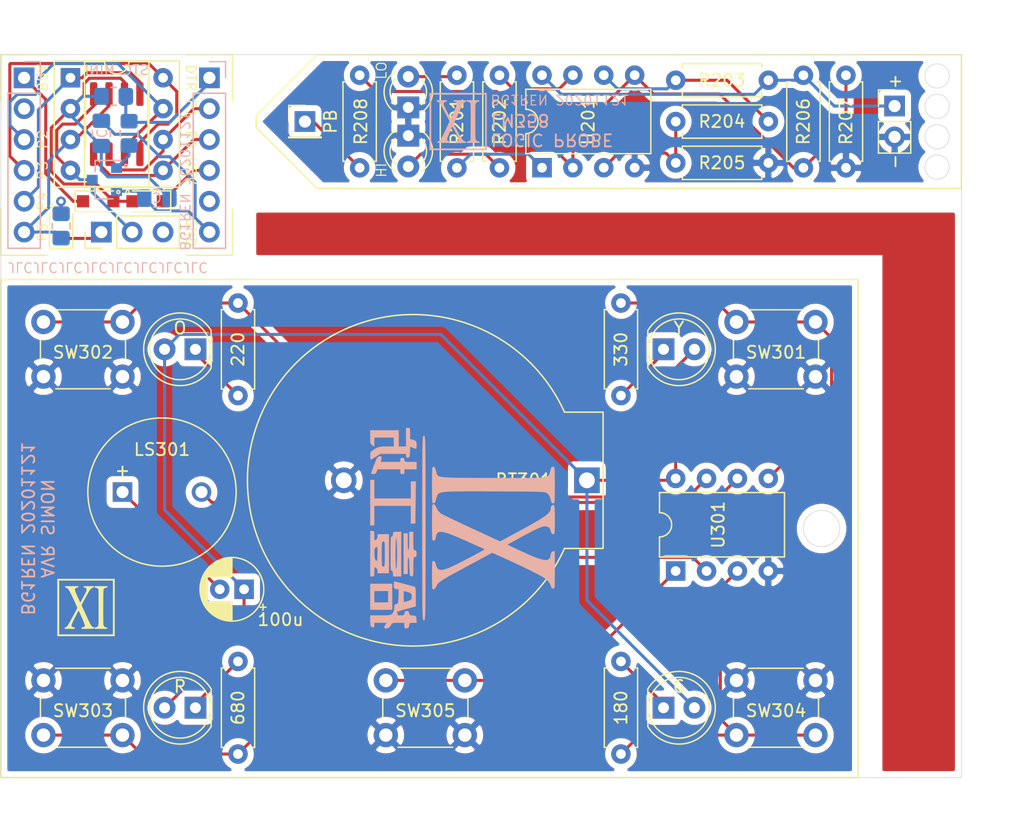
<source format=kicad_pcb>
(kicad_pcb (version 20171130) (host pcbnew "(5.1.8-0-10_14)")
  (title_block (title "Monthly DIY 2020-11-A") (date 2020-11-12) (rev v01) (company BG1REN))
  (layers (0 F.Cu signal) (31 B.Cu signal) (34 B.Paste user) (35 F.Paste user) (36 B.SilkS user) (37 F.SilkS user) (38 B.Mask user) (39 F.Mask user) (44 Edge.Cuts user))
  (net 0 "")
  (net 1 GND)
  (net 2 VCC)
  (net 3 /stc15-mini-board/BOARD_5V)
  (net 4 /stc15-mini-board/UART_5V)
  (net 5 /stc15-mini-board/DTR)
  (net 6 /stc15-mini-board/P5)
  (net 7 /stc15-mini-board/P1)
  (net 8 /stc15-mini-board/P4)
  (net 9 /stc15-mini-board/P0)
  (net 10 /stc15-mini-board/P3)
  (net 11 /stc15-mini-board/P2)
  (net 12 "Net-(Q101-Pad1)")
  (net 13 /stc15-mini-board/MCU_GND)
  (net 14 "Net-(D103-Pad1)")
  (net 15 "Net-(D103-Pad2)")
  (net 16 "Net-(D201-Pad2)")
  (net 17 /logic-probe-lm358/PB-)
  (net 18 "Net-(D202-Pad2)")
  (net 19 "Net-(J201-Pad1)")
  (net 20 /logic-probe-lm358/PB+)
  (net 21 "Net-(R201-Pad1)")
  (net 22 "Net-(R202-Pad1)")
  (net 23 "Net-(R203-Pad2)")
  (net 24 "Net-(R204-Pad2)")
  (net 25 "Net-(R206-Pad2)")
  (net 26 "Net-(BT301-Pad1)")
  (net 27 "Net-(C301-Pad2)")
  (net 28 "Net-(D301-Pad1)")
  (net 29 "Net-(D302-Pad1)")
  (net 30 "Net-(D303-Pad1)")
  (net 31 "Net-(D304-Pad1)")
  (net 32 "Net-(LS301-Pad2)")
  (net 33 "Net-(R301-Pad2)")
  (net 34 "Net-(R302-Pad2)")
  (net 35 "Net-(R303-Pad2)")
  (net 36 "Net-(R304-Pad2)")
  (net 37 "Net-(SW305-Pad2)")
  (net 38 /avr-simon/GND_300)
  (module xi:xi-logo-a-18_18 (layer B.Cu) (at 98.422621 99.235966 90)
    (fp_text reference G*** hide)
    (fp_text value LOGO hide)
  )
  (module xi:xi-logo-c-05_05 (layer F.Cu) (at 67.422621 105.735966)
    (fp_text reference G*** hide)
    (fp_text value LOGO hide)
  )
  (module LED_THT:LED_D5.0mm (layer F.Cu) (at 114.922621 113.985966)
    (fp_text reference D304 hide)
    (fp_text value G (at 1.27 -1.75) (layer F.SilkS))
    (pad 2 thru_hole circle (at 2.54 0) (size 1.8 1.8) (drill 0.9) (layers *.Cu *.Mask) (net 26 "Net-(BT301-Pad1)"))
    (pad 1 thru_hole rect (at 0 0) (size 1.8 1.8) (drill 0.9) (layers *.Cu *.Mask) (net 31 "Net-(D304-Pad1)"))
  )
  (module LED_THT:LED_D5.0mm (layer F.Cu) (at 76.422621 113.985966 180)
    (fp_text reference D303 hide)
    (fp_text value R (at 1.27 1.75) (layer F.SilkS))
    (pad 2 thru_hole circle (at 2.54 0 180) (size 1.8 1.8) (drill 0.9) (layers *.Cu *.Mask) (net 26 "Net-(BT301-Pad1)"))
    (pad 1 thru_hole rect (at 0 0 180) (size 1.8 1.8) (drill 0.9) (layers *.Cu *.Mask) (net 30 "Net-(D303-Pad1)"))
  )
  (module LED_THT:LED_D5.0mm (layer F.Cu) (at 76.422621 84.485966 180)
    (fp_text reference D302 hide)
    (fp_text value O (at 1.27 1.75) (layer F.SilkS))
    (pad 2 thru_hole circle (at 2.54 0 180) (size 1.8 1.8) (drill 0.9) (layers *.Cu *.Mask) (net 26 "Net-(BT301-Pad1)"))
    (pad 1 thru_hole rect (at 0 0 180) (size 1.8 1.8) (drill 0.9) (layers *.Cu *.Mask) (net 29 "Net-(D302-Pad1)"))
  )
  (module LED_THT:LED_D5.0mm (layer F.Cu) (at 114.922621 84.485966)
    (fp_text reference D301 hide)
    (fp_text value Y (at 1.27 -1.75) (layer F.SilkS))
    (pad 2 thru_hole circle (at 2.54 0) (size 1.8 1.8) (drill 0.9) (layers *.Cu *.Mask) (net 26 "Net-(BT301-Pad1)"))
    (pad 1 thru_hole rect (at 0 0) (size 1.8 1.8) (drill 0.9) (layers *.Cu *.Mask) (net 28 "Net-(D301-Pad1)"))
  )
  (module Package_DIP:DIP-8_W7.62mm (layer F.Cu) (at 115.922621 102.735966 90)
    (fp_text reference U301 (at 3.81 3.5 90) (layer F.SilkS))
    (fp_text value ATtiny13A-PU)
    (pad 8 thru_hole oval (at 7.62 0 90) (size 1.6 1.6) (drill 0.8) (layers *.Cu *.Mask) (net 26 "Net-(BT301-Pad1)"))
    (pad 4 thru_hole oval (at 0 7.62 90) (size 1.6 1.6) (drill 0.8) (layers *.Cu *.Mask) (net 38 /avr-simon/GND_300))
    (pad 7 thru_hole oval (at 7.62 2.54 90) (size 1.6 1.6) (drill 0.8) (layers *.Cu *.Mask) (net 34 "Net-(R302-Pad2)"))
    (pad 3 thru_hole oval (at 0 5.08 90) (size 1.6 1.6) (drill 0.8) (layers *.Cu *.Mask) (net 36 "Net-(R304-Pad2)"))
    (pad 6 thru_hole oval (at 7.62 5.08 90) (size 1.6 1.6) (drill 0.8) (layers *.Cu *.Mask) (net 32 "Net-(LS301-Pad2)"))
    (pad 2 thru_hole oval (at 0 2.54 90) (size 1.6 1.6) (drill 0.8) (layers *.Cu *.Mask) (net 35 "Net-(R303-Pad2)"))
    (pad 5 thru_hole oval (at 7.62 7.62 90) (size 1.6 1.6) (drill 0.8) (layers *.Cu *.Mask) (net 33 "Net-(R301-Pad2)"))
    (pad 1 thru_hole rect (at 0 0 90) (size 1.6 1.6) (drill 0.8) (layers *.Cu *.Mask) (net 37 "Net-(SW305-Pad2)"))
  )
  (module Button_Switch_THT:SW_PUSH_6mm_H4.3mm (layer F.Cu) (at 98.582939 116.235966 180)
    (fp_text reference SW305 (at 3.25 2) (layer F.SilkS))
    (fp_text value RESET)
    (pad 1 thru_hole circle (at 6.5 0 270) (size 2 2) (drill 1.1) (layers *.Cu *.Mask) (net 38 /avr-simon/GND_300))
    (pad 2 thru_hole circle (at 6.5 4.5 270) (size 2 2) (drill 1.1) (layers *.Cu *.Mask) (net 37 "Net-(SW305-Pad2)"))
    (pad 1 thru_hole circle (at 0 0 270) (size 2 2) (drill 1.1) (layers *.Cu *.Mask) (net 38 /avr-simon/GND_300))
    (pad 2 thru_hole circle (at 0 4.5 270) (size 2 2) (drill 1.1) (layers *.Cu *.Mask) (net 37 "Net-(SW305-Pad2)"))
  )
  (module Button_Switch_THT:SW_PUSH_6mm_H4.3mm (layer F.Cu) (at 120.922621 111.735966)
    (fp_text reference SW304 (at 3.25 2.5) (layer F.SilkS))
    (fp_text value G)
    (pad 1 thru_hole circle (at 6.5 0 90) (size 2 2) (drill 1.1) (layers *.Cu *.Mask) (net 38 /avr-simon/GND_300))
    (pad 2 thru_hole circle (at 6.5 4.5 90) (size 2 2) (drill 1.1) (layers *.Cu *.Mask) (net 36 "Net-(R304-Pad2)"))
    (pad 1 thru_hole circle (at 0 0 90) (size 2 2) (drill 1.1) (layers *.Cu *.Mask) (net 38 /avr-simon/GND_300))
    (pad 2 thru_hole circle (at 0 4.5 90) (size 2 2) (drill 1.1) (layers *.Cu *.Mask) (net 36 "Net-(R304-Pad2)"))
  )
  (module Button_Switch_THT:SW_PUSH_6mm_H4.3mm (layer F.Cu) (at 63.922621 111.735966)
    (fp_text reference SW303 (at 3.25 2.5) (layer F.SilkS))
    (fp_text value R)
    (pad 1 thru_hole circle (at 6.5 0 90) (size 2 2) (drill 1.1) (layers *.Cu *.Mask) (net 38 /avr-simon/GND_300))
    (pad 2 thru_hole circle (at 6.5 4.5 90) (size 2 2) (drill 1.1) (layers *.Cu *.Mask) (net 35 "Net-(R303-Pad2)"))
    (pad 1 thru_hole circle (at 0 0 90) (size 2 2) (drill 1.1) (layers *.Cu *.Mask) (net 38 /avr-simon/GND_300))
    (pad 2 thru_hole circle (at 0 4.5 90) (size 2 2) (drill 1.1) (layers *.Cu *.Mask) (net 35 "Net-(R303-Pad2)"))
  )
  (module Button_Switch_THT:SW_PUSH_6mm_H4.3mm (layer F.Cu) (at 70.422621 86.735966 180)
    (fp_text reference SW302 (at 3.25 2) (layer F.SilkS))
    (fp_text value O)
    (pad 1 thru_hole circle (at 6.5 0 270) (size 2 2) (drill 1.1) (layers *.Cu *.Mask) (net 38 /avr-simon/GND_300))
    (pad 2 thru_hole circle (at 6.5 4.5 270) (size 2 2) (drill 1.1) (layers *.Cu *.Mask) (net 34 "Net-(R302-Pad2)"))
    (pad 1 thru_hole circle (at 0 0 270) (size 2 2) (drill 1.1) (layers *.Cu *.Mask) (net 38 /avr-simon/GND_300))
    (pad 2 thru_hole circle (at 0 4.5 270) (size 2 2) (drill 1.1) (layers *.Cu *.Mask) (net 34 "Net-(R302-Pad2)"))
  )
  (module Button_Switch_THT:SW_PUSH_6mm_H4.3mm (layer F.Cu) (at 127.422621 86.735966 180)
    (fp_text reference SW301 (at 3.25 2) (layer F.SilkS))
    (fp_text value Y)
    (pad 1 thru_hole circle (at 6.5 0 270) (size 2 2) (drill 1.1) (layers *.Cu *.Mask) (net 38 /avr-simon/GND_300))
    (pad 2 thru_hole circle (at 6.5 4.5 270) (size 2 2) (drill 1.1) (layers *.Cu *.Mask) (net 33 "Net-(R301-Pad2)"))
    (pad 1 thru_hole circle (at 0 0 270) (size 2 2) (drill 1.1) (layers *.Cu *.Mask) (net 38 /avr-simon/GND_300))
    (pad 2 thru_hole circle (at 0 4.5 270) (size 2 2) (drill 1.1) (layers *.Cu *.Mask) (net 33 "Net-(R301-Pad2)"))
  )
  (module Resistor_THT:R_Axial_DIN0207_L6.3mm_D2.5mm_P7.62mm_Horizontal (layer F.Cu) (at 111.422621 110.175966 270)
    (fp_text reference R304 hide)
    (fp_text value 180 (at 3.81 0 90) (layer F.SilkS))
    (pad 2 thru_hole oval (at 7.62 0 270) (size 1.6 1.6) (drill 0.8) (layers *.Cu *.Mask) (net 36 "Net-(R304-Pad2)"))
    (pad 1 thru_hole circle (at 0 0 270) (size 1.6 1.6) (drill 0.8) (layers *.Cu *.Mask) (net 31 "Net-(D304-Pad1)"))
  )
  (module Resistor_THT:R_Axial_DIN0207_L6.3mm_D2.5mm_P7.62mm_Horizontal (layer F.Cu) (at 79.922621 110.175966 270)
    (fp_text reference R303 hide)
    (fp_text value 680 (at 3.81 0 90) (layer F.SilkS))
    (pad 2 thru_hole oval (at 7.62 0 270) (size 1.6 1.6) (drill 0.8) (layers *.Cu *.Mask) (net 35 "Net-(R303-Pad2)"))
    (pad 1 thru_hole circle (at 0 0 270) (size 1.6 1.6) (drill 0.8) (layers *.Cu *.Mask) (net 30 "Net-(D303-Pad1)"))
  )
  (module Resistor_THT:R_Axial_DIN0207_L6.3mm_D2.5mm_P7.62mm_Horizontal (layer F.Cu) (at 79.922621 88.295966 90)
    (fp_text reference R302 hide)
    (fp_text value 220 (at 3.81 0 90) (layer F.SilkS))
    (pad 2 thru_hole oval (at 7.62 0 90) (size 1.6 1.6) (drill 0.8) (layers *.Cu *.Mask) (net 34 "Net-(R302-Pad2)"))
    (pad 1 thru_hole circle (at 0 0 90) (size 1.6 1.6) (drill 0.8) (layers *.Cu *.Mask) (net 29 "Net-(D302-Pad1)"))
  )
  (module Resistor_THT:R_Axial_DIN0207_L6.3mm_D2.5mm_P7.62mm_Horizontal (layer F.Cu) (at 111.422621 88.295966 90)
    (fp_text reference R301 hide)
    (fp_text value 330 (at 3.81 0 90) (layer F.SilkS))
    (pad 2 thru_hole oval (at 7.62 0 90) (size 1.6 1.6) (drill 0.8) (layers *.Cu *.Mask) (net 33 "Net-(R301-Pad2)"))
    (pad 1 thru_hole circle (at 0 0 90) (size 1.6 1.6) (drill 0.8) (layers *.Cu *.Mask) (net 28 "Net-(D301-Pad1)"))
  )
  (module Buzzer_Beeper:MagneticBuzzer_ProSignal_ABT-410-RC (layer F.Cu) (at 70.422621 96.235966)
    (fp_text reference LS301 (at 3.25 -3.5) (layer F.SilkS))
    (fp_text value 42Ohm)
    (fp_text user + (at 0 -1.8) (layer F.SilkS))
    (pad 2 thru_hole circle (at 6.5 0) (size 1.6 1.6) (drill 1) (layers *.Cu *.Mask) (net 32 "Net-(LS301-Pad2)"))
    (pad 1 thru_hole rect (at 0 0) (size 1.6 1.6) (drill 1) (layers *.Cu *.Mask) (net 27 "Net-(C301-Pad2)"))
  )
  (module Capacitor_THT:CP_Radial_D5.0mm_P2.00mm (layer F.Cu) (at 80.422621 104.235966 180)
    (fp_text reference C301 hide)
    (fp_text value 100u (at -3 -2.5) (layer F.SilkS))
    (pad 2 thru_hole circle (at 2 0 180) (size 1.6 1.6) (drill 0.8) (layers *.Cu *.Mask) (net 27 "Net-(C301-Pad2)"))
    (pad 1 thru_hole rect (at 0 0 180) (size 1.6 1.6) (drill 0.8) (layers *.Cu *.Mask) (net 26 "Net-(BT301-Pad1)"))
  )
  (module Battery:BatteryHolder_ComfortableElectronic_CH273-2450_1x2450 (layer F.Cu) (at 108.622026 95.266643 180)
    (fp_text reference BT301 (at 5.199405 0.030677) (layer F.SilkS))
    (fp_text value 3V)
    (pad 2 thru_hole circle (at 20 0 90) (size 2.1 2.1) (drill 1.3) (layers *.Cu *.Mask) (net 38 /avr-simon/GND_300))
    (pad 1 thru_hole rect (at 0 0 90) (size 2.1 2.1) (drill 1.3) (layers *.Cu *.Mask) (net 26 "Net-(BT301-Pad1)"))
  )
  (module xi:xi-logo-c-05_05 (layer B.Cu) (at 98.029849 65.741482)
    (fp_text reference G*** hide)
    (fp_text value LOGO hide)
  )
  (module Package_DIP:DIP-8_W7.62mm (layer F.Cu) (at 104.929849 69.541482 90)
    (fp_text reference U201 (at 3.81 3.8 90) (layer F.SilkS))
    (fp_text value LM358)
    (pad 8 thru_hole oval (at 7.62 0 90) (size 1.6 1.6) (drill 0.8) (layers *.Cu *.Mask) (net 20 /logic-probe-lm358/PB+))
    (pad 4 thru_hole oval (at 0 7.62 90) (size 1.6 1.6) (drill 0.8) (layers *.Cu *.Mask) (net 17 /logic-probe-lm358/PB-))
    (pad 7 thru_hole oval (at 7.62 2.54 90) (size 1.6 1.6) (drill 0.8) (layers *.Cu *.Mask) (net 22 "Net-(R202-Pad1)"))
    (pad 3 thru_hole oval (at 0 5.08 90) (size 1.6 1.6) (drill 0.8) (layers *.Cu *.Mask) (net 24 "Net-(R204-Pad2)"))
    (pad 6 thru_hole oval (at 7.62 5.08 90) (size 1.6 1.6) (drill 0.8) (layers *.Cu *.Mask) (net 23 "Net-(R203-Pad2)"))
    (pad 2 thru_hole oval (at 0 2.54 90) (size 1.6 1.6) (drill 0.8) (layers *.Cu *.Mask) (net 25 "Net-(R206-Pad2)"))
    (pad 5 thru_hole oval (at 7.62 7.62 90) (size 1.6 1.6) (drill 0.8) (layers *.Cu *.Mask) (net 25 "Net-(R206-Pad2)"))
    (pad 1 thru_hole rect (at 0 0 90) (size 1.6 1.6) (drill 0.8) (layers *.Cu *.Mask) (net 21 "Net-(R201-Pad1)"))
  )
  (module Resistor_THT:R_Axial_DIN0207_L6.3mm_D2.5mm_P7.62mm_Horizontal (layer F.Cu) (at 89.929849 69.551482 90)
    (fp_text reference R208 (at 3.81 0.1 90) (layer F.SilkS))
    (fp_text value 2.2K)
    (pad 2 thru_hole oval (at 7.62 0 90) (size 1.6 1.6) (drill 0.8) (layers *.Cu *.Mask) (net 25 "Net-(R206-Pad2)"))
    (pad 1 thru_hole circle (at 0 0 90) (size 1.6 1.6) (drill 0.8) (layers *.Cu *.Mask) (net 19 "Net-(J201-Pad1)"))
  )
  (module Resistor_THT:R_Axial_DIN0207_L6.3mm_D2.5mm_P7.62mm_Horizontal (layer F.Cu) (at 129.929849 61.931482 270)
    (fp_text reference R207 (at 3.81 0 90) (layer F.SilkS))
    (fp_text value 220K)
    (pad 2 thru_hole oval (at 7.62 0 270) (size 1.6 1.6) (drill 0.8) (layers *.Cu *.Mask) (net 17 /logic-probe-lm358/PB-))
    (pad 1 thru_hole circle (at 0 0 270) (size 1.6 1.6) (drill 0.8) (layers *.Cu *.Mask) (net 25 "Net-(R206-Pad2)"))
  )
  (module Resistor_THT:R_Axial_DIN0207_L6.3mm_D2.5mm_P7.62mm_Horizontal (layer F.Cu) (at 126.429849 61.931482 270)
    (fp_text reference R206 (at 3.81 0 90) (layer F.SilkS))
    (fp_text value 220K)
    (pad 2 thru_hole oval (at 7.62 0 270) (size 1.6 1.6) (drill 0.8) (layers *.Cu *.Mask) (net 25 "Net-(R206-Pad2)"))
    (pad 1 thru_hole circle (at 0 0 270) (size 1.6 1.6) (drill 0.8) (layers *.Cu *.Mask) (net 20 /logic-probe-lm358/PB+))
  )
  (module Resistor_THT:R_Axial_DIN0207_L6.3mm_D2.5mm_P7.62mm_Horizontal (layer F.Cu) (at 115.929849 69.141482)
    (fp_text reference R205 (at 3.8 0) (layer F.SilkS))
    (fp_text value 10K)
    (pad 2 thru_hole oval (at 7.62 0) (size 1.6 1.6) (drill 0.8) (layers *.Cu *.Mask) (net 17 /logic-probe-lm358/PB-))
    (pad 1 thru_hole circle (at 0 0) (size 1.6 1.6) (drill 0.8) (layers *.Cu *.Mask) (net 24 "Net-(R204-Pad2)"))
  )
  (module Resistor_THT:R_Axial_DIN0207_L6.3mm_D2.5mm_P7.62mm_Horizontal (layer F.Cu) (at 123.549849 65.741482 180)
    (fp_text reference R204 (at 3.82 0) (layer F.SilkS))
    (fp_text value 10K)
    (pad 2 thru_hole oval (at 7.62 0 180) (size 1.6 1.6) (drill 0.8) (layers *.Cu *.Mask) (net 24 "Net-(R204-Pad2)"))
    (pad 1 thru_hole circle (at 0 0 180) (size 1.6 1.6) (drill 0.8) (layers *.Cu *.Mask) (net 23 "Net-(R203-Pad2)"))
  )
  (module Resistor_THT:R_Axial_DIN0207_L6.3mm_D2.5mm_P7.62mm_Horizontal (layer F.Cu) (at 123.549849 62.341482 180)
    (fp_text reference R203 (at 3.82 0) (layer F.SilkS))
    (fp_text value 10K)
    (pad 2 thru_hole oval (at 7.62 0 180) (size 1.6 1.6) (drill 0.8) (layers *.Cu *.Mask) (net 23 "Net-(R203-Pad2)"))
    (pad 1 thru_hole circle (at 0 0 180) (size 1.6 1.6) (drill 0.8) (layers *.Cu *.Mask) (net 20 /logic-probe-lm358/PB+))
  )
  (module Resistor_THT:R_Axial_DIN0207_L6.3mm_D2.5mm_P7.62mm_Horizontal (layer F.Cu) (at 101.429849 61.931482 270)
    (fp_text reference R202 (at 3.81 0 90) (layer F.SilkS))
    (fp_text value 470)
    (pad 2 thru_hole oval (at 7.62 0 270) (size 1.6 1.6) (drill 0.8) (layers *.Cu *.Mask) (net 18 "Net-(D202-Pad2)"))
    (pad 1 thru_hole circle (at 0 0 270) (size 1.6 1.6) (drill 0.8) (layers *.Cu *.Mask) (net 22 "Net-(R202-Pad1)"))
  )
  (module Resistor_THT:R_Axial_DIN0207_L6.3mm_D2.5mm_P7.62mm_Horizontal (layer F.Cu) (at 97.929849 69.551482 90)
    (fp_text reference R201 (at 3.81 0 90) (layer F.SilkS))
    (fp_text value 470)
    (pad 2 thru_hole oval (at 7.62 0 90) (size 1.6 1.6) (drill 0.8) (layers *.Cu *.Mask) (net 16 "Net-(D201-Pad2)"))
    (pad 1 thru_hole circle (at 0 0 90) (size 1.6 1.6) (drill 0.8) (layers *.Cu *.Mask) (net 21 "Net-(R201-Pad1)"))
  )
  (module Connector_PinHeader_2.54mm:PinHeader_1x02_P2.54mm_Vertical (layer F.Cu) (at 133.929849 64.466482)
    (fp_text reference J202 hide)
    (fp_text value PWR hide)
    (pad 2 thru_hole oval (at 0 2.54) (size 1.7 1.7) (drill 1) (layers *.Cu *.Mask) (net 17 /logic-probe-lm358/PB-))
    (pad 1 thru_hole rect (at 0 0) (size 1.7 1.7) (drill 1) (layers *.Cu *.Mask) (net 20 /logic-probe-lm358/PB+))
  )
  (module Connector_PinHeader_2.54mm:PinHeader_1x01_P2.54mm_Vertical (layer F.Cu) (at 85.429849 65.741482)
    (fp_text reference J201 hide)
    (fp_text value PB (at 2.1 0 90) (layer F.SilkS))
    (pad 1 thru_hole rect (at 0 0) (size 1.7 1.7) (drill 1) (layers *.Cu *.Mask) (net 19 "Net-(J201-Pad1)"))
  )
  (module LED_THT:LED_D3.0mm (layer F.Cu) (at 93.929849 66.901482 270)
    (fp_text reference D202 hide)
    (fp_text value HI (at 2.84 2.2 90) (layer F.SilkS) (effects (font (size 0.8 0.8) (thickness 0.1))))
    (pad 2 thru_hole circle (at 2.54 0 270) (size 1.8 1.8) (drill 0.9) (layers *.Cu *.Mask) (net 18 "Net-(D202-Pad2)"))
    (pad 1 thru_hole rect (at 0 0 270) (size 1.8 1.8) (drill 0.9) (layers *.Cu *.Mask) (net 17 /logic-probe-lm358/PB-))
  )
  (module LED_THT:LED_D3.0mm (layer F.Cu) (at 93.929849 64.581482 90)
    (fp_text reference D201 hide)
    (fp_text value LO (at 3.04 -2.2 90) (layer F.SilkS) (effects (font (size 0.8 0.8) (thickness 0.1))))
    (pad 2 thru_hole circle (at 2.54 0 90) (size 1.8 1.8) (drill 0.9) (layers *.Cu *.Mask) (net 16 "Net-(D201-Pad2)"))
    (pad 1 thru_hole rect (at 0 0 90) (size 1.8 1.8) (drill 0.9) (layers *.Cu *.Mask) (net 17 /logic-probe-lm358/PB-))
  )
  (module Resistor_SMD:R_0805_2012Metric_Pad1.20x1.40mm_HandSolder (layer B.Cu) (at 65.378 74.332 90)
    (fp_text reference R103 hide)
    (fp_text value 4.7K hide)
    (pad 2 smd roundrect (at 1 0 90) (size 1.2 1.4) (layers B.Cu B.Paste B.Mask) (roundrect_rratio 0.2083325) (net 15 "Net-(D103-Pad2)"))
    (pad 1 smd roundrect (at -1 0 90) (size 1.2 1.4) (layers B.Cu B.Paste B.Mask) (roundrect_rratio 0.2083325) (net 6 /stc15-mini-board/P5))
  )
  (module Connector_PinHeader_2.54mm:PinHeader_1x03_P2.54mm_Vertical (layer F.Cu) (at 68.68 74.84 90)
    (fp_text reference J104 hide)
    (fp_text value LED_EN hide)
    (pad 3 thru_hole oval (at 0 5.08 90) (size 1.7 1.7) (drill 1) (layers *.Cu *.Mask))
    (pad 2 thru_hole oval (at 0 2.54 90) (size 1.7 1.7) (drill 1) (layers *.Cu *.Mask) (net 13 /stc15-mini-board/MCU_GND))
    (pad 1 thru_hole rect (at 0 0 90) (size 1.7 1.7) (drill 1) (layers *.Cu *.Mask) (net 14 "Net-(D103-Pad1)"))
  )
  (module LED_SMD:LED_0805_2012Metric_Pad1.15x1.40mm_HandSolder (layer F.Cu) (at 65.378 74.332 90)
    (fp_text reference D103 hide)
    (fp_text value LED_Small hide)
    (pad 2 smd roundrect (at 1.025 0 90) (size 1.15 1.4) (layers F.Cu F.Paste F.Mask) (roundrect_rratio 0.2173904347826087) (net 15 "Net-(D103-Pad2)"))
    (pad 1 smd roundrect (at -1.025 0 90) (size 1.15 1.4) (layers F.Cu F.Paste F.Mask) (roundrect_rratio 0.2173904347826087) (net 14 "Net-(D103-Pad1)"))
  )
  (module Connector_PinHeader_2.54mm:PinHeader_1x06_P2.54mm_Vertical (layer B.Cu) (at 77.57 62.14 180)
    (fp_text reference J103 hide)
    (fp_text value SocketB hide)
    (pad 6 thru_hole oval (at 0 -12.7 180) (size 1.7 1.7) (drill 1) (layers *.Cu *.Mask) (net 1 GND))
    (pad 5 thru_hole oval (at 0 -10.16 180) (size 1.7 1.7) (drill 1) (layers *.Cu *.Mask))
    (pad 4 thru_hole oval (at 0 -7.62 180) (size 1.7 1.7) (drill 1) (layers *.Cu *.Mask) (net 4 /stc15-mini-board/UART_5V))
    (pad 3 thru_hole oval (at 0 -5.08 180) (size 1.7 1.7) (drill 1) (layers *.Cu *.Mask) (net 9 /stc15-mini-board/P0))
    (pad 2 thru_hole oval (at 0 -2.54 180) (size 1.7 1.7) (drill 1) (layers *.Cu *.Mask) (net 7 /stc15-mini-board/P1))
    (pad 1 thru_hole rect (at 0 0 180) (size 1.7 1.7) (drill 1) (layers *.Cu *.Mask) (net 5 /stc15-mini-board/DTR))
  )
  (module Connector_PinHeader_2.54mm:PinHeader_1x06_P2.54mm_Vertical (layer B.Cu) (at 62.33 62.14 180)
    (fp_text reference J102 hide)
    (fp_text value SocketA hide)
    (pad 6 thru_hole oval (at 0 -12.7 180) (size 1.7 1.7) (drill 1) (layers *.Cu *.Mask) (net 6 /stc15-mini-board/P5))
    (pad 5 thru_hole oval (at 0 -10.16 180) (size 1.7 1.7) (drill 1) (layers *.Cu *.Mask) (net 8 /stc15-mini-board/P4))
    (pad 4 thru_hole oval (at 0 -7.62 180) (size 1.7 1.7) (drill 1) (layers *.Cu *.Mask) (net 10 /stc15-mini-board/P3))
    (pad 3 thru_hole oval (at 0 -5.08 180) (size 1.7 1.7) (drill 1) (layers *.Cu *.Mask) (net 11 /stc15-mini-board/P2))
    (pad 2 thru_hole oval (at 0 -2.54 180) (size 1.7 1.7) (drill 1) (layers *.Cu *.Mask))
    (pad 1 thru_hole rect (at 0 0 180) (size 1.7 1.7) (drill 1) (layers *.Cu *.Mask) (net 3 /stc15-mini-board/BOARD_5V))
  )
  (module Package_DIP:DIP-8_W7.62mm_Socket (layer F.Cu) (at 66.14 62.14)
    (fp_text reference J101 hide)
    (fp_text value MCU hide)
    (pad 8 thru_hole oval (at 7.62 0) (size 1.6 1.6) (drill 0.8) (layers *.Cu *.Mask) (net 10 /stc15-mini-board/P3))
    (pad 4 thru_hole oval (at 0 7.62) (size 1.6 1.6) (drill 0.8) (layers *.Cu *.Mask) (net 13 /stc15-mini-board/MCU_GND))
    (pad 7 thru_hole oval (at 7.62 2.54) (size 1.6 1.6) (drill 0.8) (layers *.Cu *.Mask) (net 11 /stc15-mini-board/P2))
    (pad 3 thru_hole oval (at 0 5.08) (size 1.6 1.6) (drill 0.8) (layers *.Cu *.Mask) (net 6 /stc15-mini-board/P5))
    (pad 6 thru_hole oval (at 7.62 5.08) (size 1.6 1.6) (drill 0.8) (layers *.Cu *.Mask) (net 7 /stc15-mini-board/P1))
    (pad 2 thru_hole oval (at 0 2.54) (size 1.6 1.6) (drill 0.8) (layers *.Cu *.Mask) (net 2 VCC))
    (pad 5 thru_hole oval (at 7.62 7.62) (size 1.6 1.6) (drill 0.8) (layers *.Cu *.Mask) (net 9 /stc15-mini-board/P0))
    (pad 1 thru_hole rect (at 0 0) (size 1.6 1.6) (drill 0.8) (layers *.Cu *.Mask) (net 8 /stc15-mini-board/P4))
  )
  (module Diode_SMD:D_SOD-323_HandSoldering (layer F.Cu) (at 68.426 72.3)
    (fp_text reference D102 hide)
    (fp_text value 1N5819 hide)
    (pad 2 smd rect (at 1.25 0) (size 1 1) (layers F.Cu F.Paste F.Mask) (net 2 VCC))
    (pad 1 smd rect (at -1.25 0) (size 1 1) (layers F.Cu F.Paste F.Mask) (net 3 /stc15-mini-board/BOARD_5V))
  )
  (module Diode_SMD:D_SOD-323_HandSoldering (layer F.Cu) (at 72.49 72.3 180)
    (fp_text reference D101 hide)
    (fp_text value 1N5819 hide)
    (pad 2 smd rect (at 1.25 0 180) (size 1 1) (layers F.Cu F.Paste F.Mask) (net 2 VCC))
    (pad 1 smd rect (at -1.25 0 180) (size 1 1) (layers F.Cu F.Paste F.Mask) (net 4 /stc15-mini-board/UART_5V))
  )
  (module Package_SO:SOIC-8_3.9x4.9mm_P1.27mm (layer F.Cu) (at 69.95 65.95 270)
    (fp_text reference U101 hide)
    (fp_text value STC15W104 hide)
    (pad 8 smd roundrect (at 2.475 -1.905 270) (size 1.95 0.6) (layers F.Cu F.Paste F.Mask) (net 10 /stc15-mini-board/P3))
    (pad 7 smd roundrect (at 2.475 -0.635 270) (size 1.95 0.6) (layers F.Cu F.Paste F.Mask) (net 11 /stc15-mini-board/P2))
    (pad 6 smd roundrect (at 2.475 0.635 270) (size 1.95 0.6) (layers F.Cu F.Paste F.Mask) (net 7 /stc15-mini-board/P1))
    (pad 5 smd roundrect (at 2.475 1.905 270) (size 1.95 0.6) (layers F.Cu F.Paste F.Mask) (net 9 /stc15-mini-board/P0))
    (pad 4 smd roundrect (at -2.475 1.905 270) (size 1.95 0.6) (layers F.Cu F.Paste F.Mask) (net 13 /stc15-mini-board/MCU_GND))
    (pad 3 smd roundrect (at -2.475 0.635 270) (size 1.95 0.6) (layers F.Cu F.Paste F.Mask) (net 6 /stc15-mini-board/P5))
    (pad 2 smd roundrect (at -2.475 -0.635 270) (size 1.95 0.6) (layers F.Cu F.Paste F.Mask) (net 2 VCC))
    (pad 1 smd roundrect (at -2.475 -1.905 270) (size 1.95 0.6) (layers F.Cu F.Paste F.Mask) (net 8 /stc15-mini-board/P4))
  )
  (module Resistor_SMD:R_0805_2012Metric_Pad1.20x1.40mm_HandSolder (layer B.Cu) (at 70.966 66.712 90)
    (fp_text reference R102 hide)
    (fp_text value 4.7K hide)
    (pad 2 smd roundrect (at 1 0 90) (size 1.2 1.4) (layers B.Cu B.Paste B.Mask) (roundrect_rratio 0.2083325) (net 5 /stc15-mini-board/DTR))
    (pad 1 smd roundrect (at -1 0 90) (size 1.2 1.4) (layers B.Cu B.Paste B.Mask) (roundrect_rratio 0.2083325) (net 12 "Net-(Q101-Pad1)"))
  )
  (module Resistor_SMD:R_0805_2012Metric_Pad1.20x1.40mm_HandSolder (layer B.Cu) (at 69.696 63.664)
    (fp_text reference R101 hide)
    (fp_text value 4.7K hide)
    (pad 2 smd roundrect (at 1 0) (size 1.2 1.4) (layers B.Cu B.Paste B.Mask) (roundrect_rratio 0.2083325) (net 5 /stc15-mini-board/DTR))
    (pad 1 smd roundrect (at -1 0) (size 1.2 1.4) (layers B.Cu B.Paste B.Mask) (roundrect_rratio 0.2083325) (net 2 VCC))
  )
  (module Package_TO_SOT_SMD:SOT-23 (layer B.Cu) (at 68.934 70.522 180)
    (fp_text reference Q101 hide)
    (fp_text value MMBT3904 hide)
    (pad 3 smd rect (at 1 0 180) (size 0.9 0.8) (layers B.Cu B.Paste B.Mask) (net 13 /stc15-mini-board/MCU_GND))
    (pad 2 smd rect (at -1 -0.95 180) (size 0.9 0.8) (layers B.Cu B.Paste B.Mask) (net 1 GND))
    (pad 1 smd rect (at -1 0.95 180) (size 0.9 0.8) (layers B.Cu B.Paste B.Mask) (net 12 "Net-(Q101-Pad1)"))
  )
  (module Capacitor_SMD:C_0805_2012Metric_Pad1.18x1.45mm_HandSolder (layer B.Cu) (at 68.68 66.712 90)
    (fp_text reference C102 hide)
    (fp_text value 0.1u hide)
    (pad 2 smd roundrect (at 1.0375 0 90) (size 1.175 1.45) (layers B.Cu B.Paste B.Mask) (roundrect_rratio 0.2127659574468085) (net 1 GND))
    (pad 1 smd roundrect (at -1.0375 0 90) (size 1.175 1.45) (layers B.Cu B.Paste B.Mask) (roundrect_rratio 0.2127659574468085) (net 2 VCC))
  )
  (module Capacitor_SMD:C_0805_2012Metric_Pad1.18x1.45mm_HandSolder (layer B.Cu) (at 73.252 72.046 180)
    (fp_text reference C101 hide)
    (fp_text value 10u hide)
    (pad 2 smd roundrect (at 1.0375 0 180) (size 1.175 1.45) (layers B.Cu B.Paste B.Mask) (roundrect_rratio 0.2127659574468085) (net 1 GND))
    (pad 1 smd roundrect (at -1.0375 0 180) (size 1.175 1.45) (layers B.Cu B.Paste B.Mask) (roundrect_rratio 0.2127659574468085) (net 2 VCC))
  )
  (gr_text "AVR SIMON\nBG1REN 20201121" (at 63.422621 99.235966 270) (layer B.SilkS) (effects (font (size 1 1)) (justify mirror)))
  (gr_circle (center 127.922621 99.235966) (end 129.422621 99.235966) (layer Edge.Cuts) (width 0.05))
  (gr_line (start 60.422621 78.735966) (end 60.922621 78.735966) (layer F.SilkS) (width 0.12))
  (gr_line (start 60.422621 119.735966) (end 60.422621 78.735966) (layer F.SilkS) (width 0.12))
  (gr_line (start 130.922621 119.735966) (end 60.422621 119.735966) (layer F.SilkS) (width 0.12))
  (gr_line (start 130.922621 78.735966) (end 130.922621 119.735966) (layer F.SilkS) (width 0.12))
  (gr_line (start 60.422621 78.735966) (end 130.922621 78.735966) (layer F.SilkS) (width 0.12))
  (gr_text "BG1REN 20201121" (at 100.629849 63.941482 180) (layer B.SilkS) (effects (font (size 0.8 0.8) (thickness 0.1)) (justify left mirror)))
  (gr_text "LOGIC PROBE\nLM358" (at 100.629849 66.441482 180) (layer B.SilkS) (effects (font (size 1 1)) (justify left mirror)))
  (gr_line (start 81.429849 66.241482) (end 86.429849 71.241482) (layer F.SilkS) (width 0.12))
  (gr_line (start 81.429849 65.241482) (end 81.429849 66.241482) (layer F.SilkS) (width 0.12))
  (gr_line (start 86.429849 60.241482) (end 81.429849 65.241482) (layer F.SilkS) (width 0.12))
  (gr_circle (center 137.429849 69.491482) (end 138.429849 69.491482) (layer Edge.Cuts) (width 0.05))
  (gr_circle (center 137.429849 66.991482) (end 138.429849 66.991482) (layer Edge.Cuts) (width 0.05))
  (gr_circle (center 137.429849 64.491482) (end 138.429849 64.491482) (layer Edge.Cuts) (width 0.05))
  (gr_circle (center 137.429849 61.991482) (end 138.429849 61.991482) (layer Edge.Cuts) (width 0.05))
  (gr_line (start 86.429849 60.241482) (end 139.429849 60.241482) (layer F.SilkS) (width 0.12))
  (gr_line (start 139.429849 71.241482) (end 86.429849 71.241482) (layer F.SilkS) (width 0.12))
  (gr_line (start 139.429849 60.241482) (end 139.429849 71.241482) (layer F.SilkS) (width 0.12))
  (gr_text - (at 133.929849 69.041482 90) (layer F.SilkS) (effects (font (size 1 1))))
  (gr_text + (at 133.929849 62.441482 90) (layer F.SilkS) (effects (font (size 1 1))))
  (gr_text "BG1REN 20201121" (at 75.538 70.649 270) (layer B.SilkS) (effects (font (size 0.8 0.8) (thickness 0.1)) (justify mirror)))
  (gr_text P3 (at 63.854 69.76 90) (layer F.SilkS) (effects (font (size 0.8 0.8) (thickness 0.1))))
  (gr_text "STC MINI" (at 69.95 61.505) (layer B.SilkS) (effects (font (size 0.8 0.8) (thickness 0.1)) (justify mirror)))
  (gr_text C (at 73.252 72.046) (layer B.SilkS) (effects (font (size 0.8 0.8) (thickness 0.1)) (justify mirror)))
  (gr_text C (at 68.68 66.712 270) (layer B.SilkS) (effects (font (size 0.8 0.8) (thickness 0.1)) (justify mirror)))
  (gr_line (start 60.425 60.235) (end 64.235 60.235) (layer F.SilkS) (width 0.12))
  (gr_line (start 60.425 64.045) (end 60.425 60.235) (layer F.SilkS) (width 0.12))
  (gr_line (start 79.475 76.745) (end 79.475 72.935) (layer F.SilkS) (width 0.12))
  (gr_line (start 75.665 76.745) (end 79.475 76.745) (layer F.SilkS) (width 0.12))
  (gr_line (start 60.425 76.745) (end 60.425 72.935) (layer F.SilkS) (width 0.12))
  (gr_line (start 64.235 76.745) (end 60.425 76.745) (layer F.SilkS) (width 0.12))
  (gr_line (start 79.475 60.235) (end 79.475 64.045) (layer F.SilkS) (width 0.12))
  (gr_line (start 75.665 60.235) (end 79.475 60.235) (layer F.SilkS) (width 0.12))
  (gr_circle (center 70.712 69.379) (end 70.712 69.506) (layer B.SilkS) (width 0.12))
  (gr_circle (center 64.616 72.681) (end 64.616 72.808) (layer F.SilkS) (width 0.12))
  (gr_circle (center 70.839 71.538) (end 70.966 71.538) (layer F.SilkS) (width 0.12))
  (gr_circle (center 70.077 71.538) (end 70.204 71.538) (layer F.SilkS) (width 0.12))
  (gr_circle (center 67.664 61.378) (end 67.791 61.378) (layer F.SilkS) (width 0.12))
  (gr_circle (center 71.855 62.013) (end 71.855 62.14) (layer F.SilkS) (width 0.12))
  (gr_text P0 (at 76.046 67.22 270) (layer F.SilkS) (effects (font (size 0.8 0.8) (thickness 0.1))))
  (gr_text GND (at 76.046 74.84 270) (layer F.SilkS) (effects (font (size 0.8 0.8) (thickness 0.1))))
  (gr_text U5V (at 76.046 69.76 270) (layer F.SilkS) (effects (font (size 0.8 0.8) (thickness 0.1))))
  (gr_text P1 (at 76.046 64.68 270) (layer F.SilkS) (effects (font (size 0.8 0.8) (thickness 0.1))))
  (gr_text DTR (at 76.046 62.14 270) (layer F.SilkS) (effects (font (size 0.8 0.8) (thickness 0.1))))
  (gr_text B5V (at 63.854 62.14 90) (layer F.SilkS) (effects (font (size 0.8 0.8) (thickness 0.1))))
  (gr_text P2 (at 63.854 67.22 90) (layer F.SilkS) (effects (font (size 0.8 0.8) (thickness 0.1))))
  (gr_text P4 (at 63.854 72.3 90) (layer F.SilkS) (effects (font (size 0.8 0.8) (thickness 0.1))))
  (gr_text P5 (at 63.854 74.84 90) (layer F.SilkS) (effects (font (size 0.8 0.8) (thickness 0.1))))
  (gr_text JLCJLCJLCJLCJLCJLCJLCJLC (at 60.925 77.735 180) (layer B.SilkS) (effects (font (size 0.8 0.8) (thickness 0.1)) (justify left mirror)))
  (gr_line (start 60.425 119.735) (end 60.425 60.235) (layer Edge.Cuts) (width 0.05))
  (gr_line (start 139.425 119.735) (end 60.425 119.735) (layer Edge.Cuts) (width 0.05))
  (gr_line (start 139.425 60.235) (end 139.425 119.735) (layer Edge.Cuts) (width 0.05))
  (gr_line (start 60.425 60.235) (end 139.425 60.235) (layer Edge.Cuts) (width 0.05))
  (segment (start 76.394999 73.664999) (end 77.57 74.84) (width 0.25) (layer B.Cu) (net 1))
  (segment (start 76.394999 70.729997) (end 76.394999 73.664999) (width 0.25) (layer B.Cu) (net 1))
  (segment (start 74.300001 68.634999) (end 76.394999 70.729997) (width 0.25) (layer B.Cu) (net 1))
  (segment (start 73.502189 68.634999) (end 74.300001 68.634999) (width 0.25) (layer B.Cu) (net 1))
  (segment (start 71.65418 66.78699) (end 73.502189 68.634999) (width 0.25) (layer B.Cu) (net 1))
  (segment (start 69.79249 66.78699) (end 71.65418 66.78699) (width 0.25) (layer B.Cu) (net 1))
  (segment (start 68.68 65.6745) (end 69.79249 66.78699) (width 0.25) (layer B.Cu) (net 1))
  (segment (start 71.6405 71.472) (end 72.2145 72.046) (width 0.25) (layer B.Cu) (net 1))
  (segment (start 69.934 71.472) (end 71.6405 71.472) (width 0.25) (layer B.Cu) (net 1))
  (segment (start 75.82601 73.09601) (end 77.57 74.84) (width 0.25) (layer B.Cu) (net 1))
  (segment (start 73.26451 73.09601) (end 75.82601 73.09601) (width 0.25) (layer B.Cu) (net 1))
  (segment (start 72.2145 72.046) (end 73.26451 73.09601) (width 0.25) (layer B.Cu) (net 1))
  (segment (start 66.14 65.2095) (end 66.14 64.68) (width 0.25) (layer B.Cu) (net 2))
  (segment (start 68.68 67.7495) (end 66.14 65.2095) (width 0.25) (layer B.Cu) (net 2))
  (segment (start 69.676 72.3) (end 71.24 72.3) (width 0.25) (layer F.Cu) (net 2))
  (segment (start 64.56499 66.25501) (end 66.14 64.68) (width 0.25) (layer F.Cu) (net 2))
  (segment (start 64.56499 69.849992) (end 64.56499 66.25501) (width 0.25) (layer F.Cu) (net 2))
  (segment (start 65.599999 70.885001) (end 64.56499 69.849992) (width 0.25) (layer F.Cu) (net 2))
  (segment (start 68.261001 70.885001) (end 65.599999 70.885001) (width 0.25) (layer F.Cu) (net 2))
  (segment (start 69.676 72.3) (end 68.261001 70.885001) (width 0.25) (layer F.Cu) (net 2))
  (segment (start 68.68 69.753002) (end 68.68 67.7495) (width 0.25) (layer B.Cu) (net 2))
  (segment (start 69.223999 70.297001) (end 68.68 69.753002) (width 0.25) (layer B.Cu) (net 2))
  (segment (start 72.540501 70.297001) (end 69.223999 70.297001) (width 0.25) (layer B.Cu) (net 2))
  (segment (start 74.2895 72.046) (end 72.540501 70.297001) (width 0.25) (layer B.Cu) (net 2))
  (segment (start 67.156 63.664) (end 66.14 64.68) (width 0.25) (layer B.Cu) (net 2))
  (segment (start 68.696 63.664) (end 67.156 63.664) (width 0.25) (layer B.Cu) (net 2))
  (segment (start 67.265001 63.554999) (end 66.14 64.68) (width 0.25) (layer F.Cu) (net 2))
  (segment (start 67.265001 62.608231) (end 67.265001 63.554999) (width 0.25) (layer F.Cu) (net 2))
  (segment (start 70.25999 62.17499) (end 67.698242 62.17499) (width 0.25) (layer F.Cu) (net 2))
  (segment (start 67.698242 62.17499) (end 67.265001 62.608231) (width 0.25) (layer F.Cu) (net 2))
  (segment (start 70.585 62.5) (end 70.25999 62.17499) (width 0.25) (layer F.Cu) (net 2))
  (segment (start 70.585 63.475) (end 70.585 62.5) (width 0.25) (layer F.Cu) (net 2))
  (segment (start 66.378588 72.3) (end 64.108 70.029412) (width 0.25) (layer F.Cu) (net 3))
  (segment (start 67.176 72.3) (end 66.378588 72.3) (width 0.25) (layer F.Cu) (net 3))
  (segment (start 64.108 63.918) (end 62.33 62.14) (width 0.25) (layer F.Cu) (net 3))
  (segment (start 64.108 70.029412) (end 64.108 63.918) (width 0.25) (layer F.Cu) (net 3))
  (segment (start 76.28 69.76) (end 73.74 72.3) (width 0.25) (layer F.Cu) (net 4))
  (segment (start 77.57 69.76) (end 76.28 69.76) (width 0.25) (layer F.Cu) (net 4))
  (segment (start 70.696 63.538998) (end 70.696 63.664) (width 0.25) (layer B.Cu) (net 5))
  (segment (start 70.696 65.442) (end 70.966 65.712) (width 0.25) (layer B.Cu) (net 5))
  (segment (start 70.696 63.664) (end 70.696 65.442) (width 0.25) (layer B.Cu) (net 5))
  (segment (start 71.059001 65.805001) (end 70.966 65.712) (width 0.25) (layer B.Cu) (net 5))
  (segment (start 74.300001 65.805001) (end 71.059001 65.805001) (width 0.25) (layer B.Cu) (net 5))
  (segment (start 77.57 62.535002) (end 74.300001 65.805001) (width 0.25) (layer B.Cu) (net 5))
  (segment (start 77.57 62.14) (end 77.57 62.535002) (width 0.25) (layer B.Cu) (net 5))
  (segment (start 64.886 74.84) (end 65.378 75.332) (width 0.25) (layer B.Cu) (net 6))
  (segment (start 62.33 74.84) (end 64.886 74.84) (width 0.25) (layer B.Cu) (net 6))
  (segment (start 66.333232 67.22) (end 66.14 67.22) (width 0.25) (layer F.Cu) (net 6))
  (segment (start 64.35299 72.81701) (end 62.33 74.84) (width 0.25) (layer B.Cu) (net 6))
  (segment (start 64.35299 69.00701) (end 64.35299 72.81701) (width 0.25) (layer B.Cu) (net 6))
  (segment (start 66.14 67.22) (end 64.35299 69.00701) (width 0.25) (layer B.Cu) (net 6))
  (segment (start 66.545 67.22) (end 66.14 67.22) (width 0.25) (layer F.Cu) (net 6))
  (segment (start 69.315 64.45) (end 66.545 67.22) (width 0.25) (layer F.Cu) (net 6))
  (segment (start 69.315 63.475) (end 69.315 64.45) (width 0.25) (layer F.Cu) (net 6))
  (segment (start 76.3 64.68) (end 73.76 67.22) (width 0.25) (layer F.Cu) (net 7))
  (segment (start 77.57 64.68) (end 76.3 64.68) (width 0.25) (layer F.Cu) (net 7))
  (segment (start 69.315 68.801768) (end 69.315 68.425) (width 0.25) (layer F.Cu) (net 7))
  (segment (start 70.238242 69.72501) (end 69.315 68.801768) (width 0.25) (layer F.Cu) (net 7))
  (segment (start 72.201758 69.72501) (end 70.238242 69.72501) (width 0.25) (layer F.Cu) (net 7))
  (segment (start 73.76 68.166768) (end 72.201758 69.72501) (width 0.25) (layer F.Cu) (net 7))
  (segment (start 73.76 67.22) (end 73.76 68.166768) (width 0.25) (layer F.Cu) (net 7))
  (segment (start 66.14 61.75759) (end 66.14 62.14) (width 0.25) (layer F.Cu) (net 8))
  (segment (start 63.505001 71.124999) (end 62.33 72.3) (width 0.25) (layer B.Cu) (net 8))
  (segment (start 63.505001 64.774999) (end 63.505001 71.124999) (width 0.25) (layer B.Cu) (net 8))
  (segment (start 66.14 62.14) (end 63.505001 64.774999) (width 0.25) (layer B.Cu) (net 8))
  (segment (start 67.096822 62.14) (end 66.14 62.14) (width 0.25) (layer F.Cu) (net 8))
  (segment (start 67.511842 61.72498) (end 67.096822 62.14) (width 0.25) (layer F.Cu) (net 8))
  (segment (start 71.855 62.5) (end 71.07998 61.72498) (width 0.25) (layer F.Cu) (net 8))
  (segment (start 71.07998 61.72498) (end 67.511842 61.72498) (width 0.25) (layer F.Cu) (net 8))
  (segment (start 71.855 63.475) (end 71.855 62.5) (width 0.25) (layer F.Cu) (net 8))
  (segment (start 76.3 67.22) (end 73.76 69.76) (width 0.25) (layer F.Cu) (net 9))
  (segment (start 77.57 67.22) (end 76.3 67.22) (width 0.25) (layer F.Cu) (net 9))
  (segment (start 68.045 68.801768) (end 68.045 68.425) (width 0.25) (layer F.Cu) (net 9))
  (segment (start 69.418252 70.17502) (end 68.045 68.801768) (width 0.25) (layer F.Cu) (net 9))
  (segment (start 73.34498 70.17502) (end 69.418252 70.17502) (width 0.25) (layer F.Cu) (net 9))
  (segment (start 73.76 69.76) (end 73.34498 70.17502) (width 0.25) (layer F.Cu) (net 9))
  (segment (start 74.155002 65.95) (end 74.885001 65.220001) (width 0.25) (layer F.Cu) (net 10))
  (segment (start 74.885001 65.220001) (end 74.885001 63.265001) (width 0.25) (layer F.Cu) (net 10))
  (segment (start 73.355 65.95) (end 74.155002 65.95) (width 0.25) (layer F.Cu) (net 10))
  (segment (start 71.855 67.45) (end 73.355 65.95) (width 0.25) (layer F.Cu) (net 10))
  (segment (start 74.885001 63.265001) (end 73.76 62.14) (width 0.25) (layer F.Cu) (net 10))
  (segment (start 71.855 68.425) (end 71.855 67.45) (width 0.25) (layer F.Cu) (net 10))
  (segment (start 61.154999 68.584999) (end 62.33 69.76) (width 0.25) (layer F.Cu) (net 10))
  (segment (start 61.154999 61.029999) (end 61.154999 68.584999) (width 0.25) (layer F.Cu) (net 10))
  (segment (start 61.219999 60.964999) (end 61.154999 61.029999) (width 0.25) (layer F.Cu) (net 10))
  (segment (start 72.584999 60.964999) (end 61.219999 60.964999) (width 0.25) (layer F.Cu) (net 10))
  (segment (start 73.76 62.14) (end 72.584999 60.964999) (width 0.25) (layer F.Cu) (net 10))
  (segment (start 61.154999 66.044999) (end 62.33 67.22) (width 0.25) (layer B.Cu) (net 11))
  (segment (start 61.765999 63.504999) (end 61.154999 64.115999) (width 0.25) (layer B.Cu) (net 11))
  (segment (start 61.154999 64.115999) (end 61.154999 66.044999) (width 0.25) (layer B.Cu) (net 11))
  (segment (start 63.505001 63.250001) (end 63.250003 63.504999) (width 0.25) (layer B.Cu) (net 11))
  (segment (start 63.505001 62.234999) (end 63.505001 63.250001) (width 0.25) (layer B.Cu) (net 11))
  (segment (start 63.250003 63.504999) (end 61.765999 63.504999) (width 0.25) (layer B.Cu) (net 11))
  (segment (start 64.775001 60.964999) (end 63.505001 62.234999) (width 0.25) (layer B.Cu) (net 11))
  (segment (start 70.044999 60.964999) (end 64.775001 60.964999) (width 0.25) (layer B.Cu) (net 11))
  (segment (start 73.76 64.68) (end 70.044999 60.964999) (width 0.25) (layer B.Cu) (net 11))
  (segment (start 70.585 67.855) (end 70.585 68.425) (width 0.25) (layer F.Cu) (net 11))
  (segment (start 73.76 64.68) (end 70.585 67.855) (width 0.25) (layer F.Cu) (net 11))
  (segment (start 70.966 68.54) (end 69.934 69.572) (width 0.25) (layer B.Cu) (net 12))
  (segment (start 70.966 67.712) (end 70.966 68.54) (width 0.25) (layer B.Cu) (net 12))
  (segment (start 66.902 70.522) (end 66.14 69.76) (width 0.25) (layer B.Cu) (net 13))
  (segment (start 67.934 70.522) (end 66.902 70.522) (width 0.25) (layer B.Cu) (net 13))
  (segment (start 67.934 71.554) (end 67.934 70.522) (width 0.25) (layer B.Cu) (net 13))
  (segment (start 71.22 74.84) (end 67.934 71.554) (width 0.25) (layer B.Cu) (net 13))
  (segment (start 65.015 66.44141) (end 65.015 68.635) (width 0.25) (layer F.Cu) (net 13))
  (segment (start 65.50641 65.95) (end 65.015 66.44141) (width 0.25) (layer F.Cu) (net 13))
  (segment (start 66.545 65.95) (end 65.50641 65.95) (width 0.25) (layer F.Cu) (net 13))
  (segment (start 68.045 64.45) (end 66.545 65.95) (width 0.25) (layer F.Cu) (net 13))
  (segment (start 65.015 68.635) (end 66.14 69.76) (width 0.25) (layer F.Cu) (net 13))
  (segment (start 68.045 63.475) (end 68.045 64.45) (width 0.25) (layer F.Cu) (net 13))
  (segment (start 68.163 75.357) (end 68.68 74.84) (width 0.25) (layer F.Cu) (net 14))
  (segment (start 65.378 75.357) (end 68.163 75.357) (width 0.25) (layer F.Cu) (net 14))
  (via (at 65.365641 72.312359) (size 0.8) (drill 0.4) (layers F.Cu B.Cu) (net 15))
  (segment (start 65.378 72.324718) (end 65.365641 72.312359) (width 0.25) (layer B.Cu) (net 15))
  (segment (start 65.378 73.332) (end 65.378 72.324718) (width 0.25) (layer B.Cu) (net 15))
  (segment (start 65.365641 73.294641) (end 65.378 73.307) (width 0.25) (layer F.Cu) (net 15))
  (segment (start 65.365641 72.312359) (end 65.365641 73.294641) (width 0.25) (layer F.Cu) (net 15))
  (segment (start 97.819849 62.041482) (end 97.929849 61.931482) (width 0.25) (layer F.Cu) (net 16))
  (segment (start 93.929849 62.041482) (end 97.819849 62.041482) (width 0.25) (layer F.Cu) (net 16))
  (segment (start 100.304848 68.426481) (end 101.429849 69.551482) (width 0.25) (layer F.Cu) (net 18))
  (segment (start 94.94485 68.426481) (end 100.304848 68.426481) (width 0.25) (layer F.Cu) (net 18))
  (segment (start 93.929849 69.441482) (end 94.94485 68.426481) (width 0.25) (layer F.Cu) (net 18))
  (segment (start 86.119849 65.741482) (end 85.429849 65.741482) (width 0.25) (layer F.Cu) (net 19))
  (segment (start 89.929849 69.551482) (end 86.119849 65.741482) (width 0.25) (layer F.Cu) (net 19))
  (segment (start 122.394839 63.496492) (end 123.549849 62.341482) (width 0.25) (layer B.Cu) (net 20))
  (segment (start 106.504859 63.496492) (end 122.394839 63.496492) (width 0.25) (layer B.Cu) (net 20))
  (segment (start 104.929849 61.921482) (end 106.504859 63.496492) (width 0.25) (layer B.Cu) (net 20))
  (segment (start 126.019849 62.341482) (end 126.429849 61.931482) (width 0.25) (layer B.Cu) (net 20))
  (segment (start 123.549849 62.341482) (end 126.019849 62.341482) (width 0.25) (layer B.Cu) (net 20))
  (segment (start 128.964849 64.466482) (end 133.929849 64.466482) (width 0.25) (layer B.Cu) (net 20))
  (segment (start 126.429849 61.931482) (end 128.964849 64.466482) (width 0.25) (layer B.Cu) (net 20))
  (segment (start 103.814848 68.426481) (end 104.929849 69.541482) (width 0.25) (layer B.Cu) (net 21))
  (segment (start 99.05485 68.426481) (end 103.814848 68.426481) (width 0.25) (layer B.Cu) (net 21))
  (segment (start 97.929849 69.551482) (end 99.05485 68.426481) (width 0.25) (layer B.Cu) (net 21))
  (segment (start 106.344848 63.046483) (end 107.469849 61.921482) (width 0.25) (layer F.Cu) (net 22))
  (segment (start 102.54485 63.046483) (end 106.344848 63.046483) (width 0.25) (layer F.Cu) (net 22))
  (segment (start 101.429849 61.931482) (end 102.54485 63.046483) (width 0.25) (layer F.Cu) (net 22))
  (segment (start 115.224848 63.046483) (end 115.929849 62.341482) (width 0.25) (layer B.Cu) (net 23))
  (segment (start 111.13485 63.046483) (end 115.224848 63.046483) (width 0.25) (layer B.Cu) (net 23))
  (segment (start 110.009849 61.921482) (end 111.13485 63.046483) (width 0.25) (layer B.Cu) (net 23))
  (segment (start 120.149849 62.341482) (end 123.549849 65.741482) (width 0.25) (layer F.Cu) (net 23))
  (segment (start 115.929849 62.341482) (end 120.149849 62.341482) (width 0.25) (layer F.Cu) (net 23))
  (segment (start 115.929849 69.141482) (end 115.929849 65.741482) (width 0.25) (layer F.Cu) (net 24))
  (segment (start 111.209848 68.341483) (end 110.009849 69.541482) (width 0.25) (layer F.Cu) (net 24))
  (segment (start 115.12985 68.341483) (end 111.209848 68.341483) (width 0.25) (layer F.Cu) (net 24))
  (segment (start 115.929849 69.141482) (end 115.12985 68.341483) (width 0.25) (layer F.Cu) (net 24))
  (segment (start 101.19485 63.266483) (end 107.469849 69.541482) (width 0.25) (layer F.Cu) (net 25))
  (segment (start 91.26485 63.266483) (end 101.19485 63.266483) (width 0.25) (layer F.Cu) (net 25))
  (segment (start 89.929849 61.931482) (end 91.26485 63.266483) (width 0.25) (layer F.Cu) (net 25))
  (segment (start 107.469849 67.001482) (end 112.549849 61.921482) (width 0.25) (layer F.Cu) (net 25))
  (segment (start 107.469849 69.541482) (end 107.469849 67.001482) (width 0.25) (layer F.Cu) (net 25))
  (segment (start 125.624851 69.551482) (end 126.429849 69.551482) (width 0.25) (layer F.Cu) (net 25))
  (segment (start 119.539852 63.466483) (end 125.624851 69.551482) (width 0.25) (layer F.Cu) (net 25))
  (segment (start 114.09485 63.466483) (end 119.539852 63.466483) (width 0.25) (layer F.Cu) (net 25))
  (segment (start 112.549849 61.921482) (end 114.09485 63.466483) (width 0.25) (layer F.Cu) (net 25))
  (segment (start 129.929849 66.051482) (end 126.429849 69.551482) (width 0.25) (layer F.Cu) (net 25))
  (segment (start 129.929849 61.931482) (end 129.929849 66.051482) (width 0.25) (layer F.Cu) (net 25))
  (segment (start 115.771944 95.266643) (end 115.922621 95.115966) (width 0.25) (layer F.Cu) (net 26))
  (segment (start 108.622026 95.266643) (end 115.771944 95.266643) (width 0.25) (layer F.Cu) (net 26))
  (segment (start 115.922621 86.025966) (end 117.462621 84.485966) (width 0.25) (layer F.Cu) (net 26))
  (segment (start 115.922621 95.115966) (end 115.922621 86.025966) (width 0.25) (layer F.Cu) (net 26))
  (segment (start 96.616348 83.260965) (end 75.107622 83.260965) (width 0.25) (layer B.Cu) (net 26))
  (segment (start 75.107622 83.260965) (end 73.882621 84.485966) (width 0.25) (layer B.Cu) (net 26))
  (segment (start 108.622026 95.266643) (end 96.616348 83.260965) (width 0.25) (layer B.Cu) (net 26))
  (segment (start 73.882621 97.695966) (end 80.422621 104.235966) (width 0.25) (layer B.Cu) (net 26))
  (segment (start 73.882621 84.485966) (end 73.882621 97.695966) (width 0.25) (layer B.Cu) (net 26))
  (segment (start 80.422621 107.445966) (end 73.882621 113.985966) (width 0.25) (layer F.Cu) (net 26))
  (segment (start 80.422621 104.235966) (end 80.422621 107.445966) (width 0.25) (layer F.Cu) (net 26))
  (segment (start 108.622026 105.145371) (end 108.622026 95.266643) (width 0.25) (layer B.Cu) (net 26))
  (segment (start 117.462621 113.985966) (end 108.622026 105.145371) (width 0.25) (layer B.Cu) (net 26))
  (segment (start 70.422621 96.235966) (end 78.422621 104.235966) (width 0.25) (layer F.Cu) (net 27))
  (segment (start 114.922621 84.795966) (end 111.422621 88.295966) (width 0.25) (layer F.Cu) (net 28))
  (segment (start 114.922621 84.485966) (end 114.922621 84.795966) (width 0.25) (layer F.Cu) (net 28))
  (segment (start 76.422621 84.795966) (end 79.922621 88.295966) (width 0.25) (layer F.Cu) (net 29))
  (segment (start 76.422621 84.485966) (end 76.422621 84.795966) (width 0.25) (layer F.Cu) (net 29))
  (segment (start 76.422621 113.675966) (end 76.422621 113.985966) (width 0.25) (layer F.Cu) (net 30))
  (segment (start 79.922621 110.175966) (end 76.422621 113.675966) (width 0.25) (layer F.Cu) (net 30))
  (segment (start 114.922621 113.675966) (end 111.422621 110.175966) (width 0.25) (layer F.Cu) (net 31))
  (segment (start 114.922621 113.985966) (end 114.922621 113.675966) (width 0.25) (layer F.Cu) (net 31))
  (segment (start 119.026934 97.091653) (end 121.002621 95.115966) (width 0.25) (layer F.Cu) (net 32))
  (segment (start 77.778308 97.091653) (end 119.026934 97.091653) (width 0.25) (layer F.Cu) (net 32))
  (segment (start 76.922621 96.235966) (end 77.778308 97.091653) (width 0.25) (layer F.Cu) (net 32))
  (segment (start 120.922621 82.235966) (end 127.422621 82.235966) (width 0.25) (layer F.Cu) (net 33))
  (segment (start 128.747622 89.910965) (end 128.747622 83.560967) (width 0.25) (layer F.Cu) (net 33))
  (segment (start 128.747622 83.560967) (end 127.422621 82.235966) (width 0.25) (layer F.Cu) (net 33))
  (segment (start 123.542621 95.115966) (end 128.747622 89.910965) (width 0.25) (layer F.Cu) (net 33))
  (segment (start 119.362621 80.675966) (end 120.922621 82.235966) (width 0.25) (layer F.Cu) (net 33))
  (segment (start 111.422621 80.675966) (end 119.362621 80.675966) (width 0.25) (layer F.Cu) (net 33))
  (segment (start 95.888299 96.641644) (end 79.922621 80.675966) (width 0.25) (layer F.Cu) (net 34))
  (segment (start 116.936943 96.641644) (end 95.888299 96.641644) (width 0.25) (layer F.Cu) (net 34))
  (segment (start 118.462621 95.115966) (end 116.936943 96.641644) (width 0.25) (layer F.Cu) (net 34))
  (segment (start 71.982621 80.675966) (end 70.422621 82.235966) (width 0.25) (layer F.Cu) (net 34))
  (segment (start 79.922621 80.675966) (end 71.982621 80.675966) (width 0.25) (layer F.Cu) (net 34))
  (segment (start 70.422621 82.235966) (end 63.922621 82.235966) (width 0.25) (layer F.Cu) (net 34))
  (segment (start 117.33762 101.610965) (end 96.107622 101.610965) (width 0.25) (layer F.Cu) (net 35))
  (segment (start 96.107622 101.610965) (end 79.922621 117.795966) (width 0.25) (layer F.Cu) (net 35))
  (segment (start 118.462621 102.735966) (end 117.33762 101.610965) (width 0.25) (layer F.Cu) (net 35))
  (segment (start 71.982621 117.795966) (end 70.422621 116.235966) (width 0.25) (layer F.Cu) (net 35))
  (segment (start 79.922621 117.795966) (end 71.982621 117.795966) (width 0.25) (layer F.Cu) (net 35))
  (segment (start 70.422621 116.235966) (end 63.922621 116.235966) (width 0.25) (layer F.Cu) (net 35))
  (segment (start 120.922621 116.235966) (end 127.422621 116.235966) (width 0.25) (layer F.Cu) (net 36))
  (segment (start 112.982621 116.235966) (end 111.422621 117.795966) (width 0.25) (layer F.Cu) (net 36))
  (segment (start 120.922621 116.235966) (end 112.982621 116.235966) (width 0.25) (layer F.Cu) (net 36))
  (segment (start 119.59762 114.910965) (end 119.59762 104.140967) (width 0.25) (layer F.Cu) (net 36))
  (segment (start 119.59762 104.140967) (end 121.002621 102.735966) (width 0.25) (layer F.Cu) (net 36))
  (segment (start 120.922621 116.235966) (end 119.59762 114.910965) (width 0.25) (layer F.Cu) (net 36))
  (segment (start 92.082939 111.735966) (end 98.582939 111.735966) (width 0.25) (layer F.Cu) (net 37))
  (segment (start 106.922621 111.735966) (end 115.922621 102.735966) (width 0.25) (layer F.Cu) (net 37))
  (segment (start 98.582939 111.735966) (end 106.922621 111.735966) (width 0.25) (layer F.Cu) (net 37))
  (zone (net 17) (net_name /logic-probe-lm358/PB-) (layer F.Cu) (connect_pads (clearance 0.508)) (min_thickness 0.254) (fill yes (arc_segments 32) (thermal_gap 0.508) (thermal_bridge_width 0.508))
    (polygon (pts (xy 138.929849 70.741482) (xy 86.929849 70.741482) (xy 81.929849 65.741482) (xy 86.929849 60.741482) (xy 138.929849 60.741482)))
  )
  (zone (net 17) (net_name /logic-probe-lm358/PB-) (layer B.Cu) (connect_pads (clearance 0.508)) (min_thickness 0.254) (fill yes (arc_segments 32) (thermal_gap 0.508) (thermal_bridge_width 0.508))
    (polygon (pts (xy 138.929849 70.741482) (xy 86.929849 70.741482) (xy 81.929849 65.741482) (xy 86.929849 60.741482) (xy 138.929849 60.741482)))
  )
  (zone (net 38) (net_name /avr-simon/GND_300) (layer F.Cu) (connect_pads (clearance 0.508)) (min_thickness 0.254) (fill yes (arc_segments 32) (thermal_gap 0.508) (thermal_bridge_width 0.508))
    (polygon (pts (xy 130.422621 119.235966) (xy 60.922621 119.235966) (xy 60.922621 79.235966) (xy 130.422621 79.235966)))
  )
  (zone (net 38) (net_name /avr-simon/GND_300) (layer B.Cu) (connect_pads (clearance 0.508)) (min_thickness 0.254) (fill yes (arc_segments 32) (thermal_gap 0.508) (thermal_bridge_width 0.508))
    (polygon (pts (xy 130.422621 119.235966) (xy 60.922621 119.235966) (xy 60.922621 79.235966) (xy 130.422621 79.235966)))
  )
  (zone (net 0) (net_name "") (layer F.Cu) (connect_pads (clearance 0.508)) (min_thickness 0.254) (fill yes (arc_segments 32) (thermal_gap 0.508) (thermal_bridge_width 0.508))
    (polygon (pts (xy 138.925 119.235) (xy 132.925 119.235) (xy 132.925 76.735) (xy 81.425 76.735) (xy 81.425 73.235) (xy 138.925 73.235)))
  )
)
</source>
